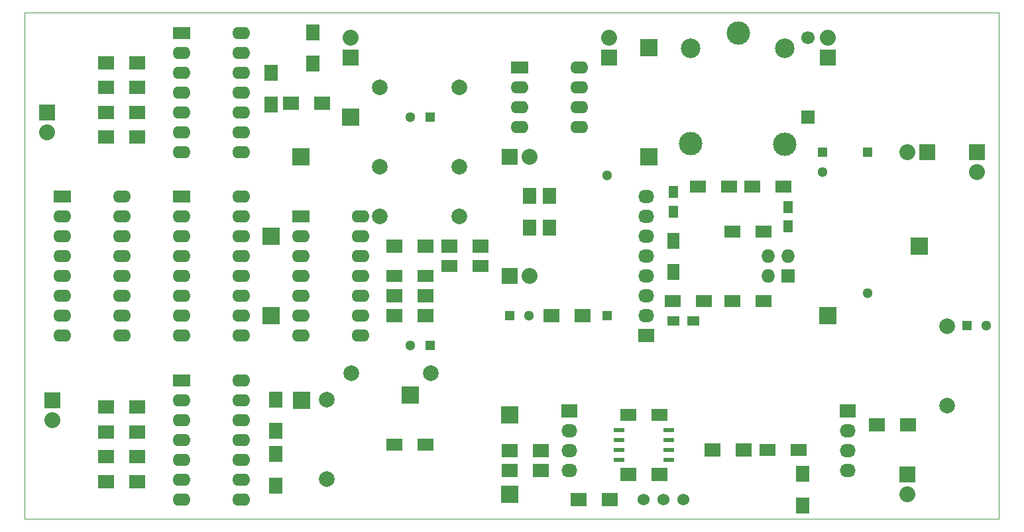
<source format=gbr>
G04 #@! TF.FileFunction,Soldermask,Top*
%FSLAX46Y46*%
G04 Gerber Fmt 4.6, Leading zero omitted, Abs format (unit mm)*
G04 Created by KiCad (PCBNEW (after 2015-mar-04 BZR unknown)-product) date Sat 14 Jan 2017 07:57:05 PM CET*
%MOMM*%
G01*
G04 APERTURE LIST*
%ADD10C,0.100000*%
%ADD11R,2.235200X2.235200*%
%ADD12R,2.032000X1.727200*%
%ADD13O,2.032000X1.727200*%
%ADD14R,2.286000X1.574800*%
%ADD15O,2.286000X1.574800*%
%ADD16R,2.032000X2.032000*%
%ADD17O,2.032000X2.032000*%
%ADD18R,1.727200X1.727200*%
%ADD19O,1.727200X1.727200*%
%ADD20C,1.699260*%
%ADD21R,1.699260X1.699260*%
%ADD22R,2.000000X1.700000*%
%ADD23R,1.700000X2.000000*%
%ADD24R,2.000000X1.600000*%
%ADD25R,1.600000X2.000000*%
%ADD26R,1.250000X1.500000*%
%ADD27R,1.500000X1.250000*%
%ADD28C,1.998980*%
%ADD29R,1.300000X1.300000*%
%ADD30C,1.300000*%
%ADD31C,2.500000*%
%ADD32C,3.000000*%
%ADD33R,1.400000X0.508000*%
%ADD34C,1.524000*%
G04 APERTURE END LIST*
D10*
X192722500Y-52006500D02*
X192722500Y-116776500D01*
X68262500Y-52006500D02*
X192722500Y-52006500D01*
X68262500Y-116776500D02*
X68262500Y-52006500D01*
X192722500Y-116776500D02*
X68262500Y-116776500D01*
D11*
X103632000Y-101600000D03*
X130175000Y-113665000D03*
X170815000Y-90805000D03*
X109855000Y-65405000D03*
X99695000Y-90805000D03*
X99695000Y-80645000D03*
X103505000Y-70485000D03*
X130175000Y-103505000D03*
X147955000Y-70485000D03*
X147955000Y-56515000D03*
X117475000Y-100965000D03*
X182499000Y-81915000D03*
D12*
X147650200Y-93294200D03*
D13*
X147650200Y-90754200D03*
X147650200Y-88214200D03*
X147650200Y-85674200D03*
X147650200Y-83134200D03*
X147650200Y-80594200D03*
X147650200Y-78054200D03*
X147650200Y-75514200D03*
D14*
X103505000Y-78105000D03*
D15*
X103505000Y-80645000D03*
X103505000Y-83185000D03*
X103505000Y-85725000D03*
X103505000Y-88265000D03*
X103505000Y-90805000D03*
X103505000Y-93345000D03*
X111125000Y-93345000D03*
X111125000Y-90805000D03*
X111125000Y-88265000D03*
X111125000Y-85725000D03*
X111125000Y-83185000D03*
X111125000Y-80645000D03*
X111125000Y-78105000D03*
D14*
X73025000Y-75565000D03*
D15*
X73025000Y-78105000D03*
X73025000Y-80645000D03*
X73025000Y-83185000D03*
X73025000Y-85725000D03*
X73025000Y-88265000D03*
X73025000Y-90805000D03*
X73025000Y-93345000D03*
X80645000Y-93345000D03*
X80645000Y-90805000D03*
X80645000Y-88265000D03*
X80645000Y-85725000D03*
X80645000Y-83185000D03*
X80645000Y-80645000D03*
X80645000Y-78105000D03*
X80645000Y-75565000D03*
D14*
X88265000Y-75565000D03*
D15*
X88265000Y-78105000D03*
X88265000Y-80645000D03*
X88265000Y-83185000D03*
X88265000Y-85725000D03*
X88265000Y-88265000D03*
X88265000Y-90805000D03*
X88265000Y-93345000D03*
X95885000Y-93345000D03*
X95885000Y-90805000D03*
X95885000Y-88265000D03*
X95885000Y-85725000D03*
X95885000Y-83185000D03*
X95885000Y-80645000D03*
X95885000Y-78105000D03*
X95885000Y-75565000D03*
D16*
X183515000Y-69850000D03*
D17*
X180975000Y-69850000D03*
D14*
X131445000Y-59055000D03*
D15*
X131445000Y-61595000D03*
X131445000Y-64135000D03*
X131445000Y-66675000D03*
X139065000Y-66675000D03*
X139065000Y-64135000D03*
X139065000Y-61595000D03*
X139065000Y-59055000D03*
D14*
X88265000Y-54610000D03*
D15*
X88265000Y-57150000D03*
X88265000Y-59690000D03*
X88265000Y-62230000D03*
X88265000Y-64770000D03*
X88265000Y-67310000D03*
X88265000Y-69850000D03*
X95885000Y-69850000D03*
X95885000Y-67310000D03*
X95885000Y-64770000D03*
X95885000Y-62230000D03*
X95885000Y-59690000D03*
X95885000Y-57150000D03*
X95885000Y-54610000D03*
D14*
X88265000Y-99060000D03*
D15*
X88265000Y-101600000D03*
X88265000Y-104140000D03*
X88265000Y-106680000D03*
X88265000Y-109220000D03*
X88265000Y-111760000D03*
X88265000Y-114300000D03*
X95885000Y-114300000D03*
X95885000Y-111760000D03*
X95885000Y-109220000D03*
X95885000Y-106680000D03*
X95885000Y-104140000D03*
X95885000Y-101600000D03*
X95885000Y-99060000D03*
D16*
X109855000Y-57785000D03*
D17*
X109855000Y-55245000D03*
D16*
X71120000Y-64770000D03*
D17*
X71120000Y-67310000D03*
D16*
X189865000Y-69850000D03*
D17*
X189865000Y-72390000D03*
D16*
X180975000Y-111125000D03*
D17*
X180975000Y-113665000D03*
D16*
X170815000Y-57785000D03*
D17*
X170815000Y-55245000D03*
D16*
X142875000Y-57785000D03*
D17*
X142875000Y-55245000D03*
D16*
X71755000Y-101600000D03*
D17*
X71755000Y-104140000D03*
D18*
X165735000Y-85725000D03*
D19*
X163195000Y-85725000D03*
X165735000Y-83185000D03*
X163195000Y-83185000D03*
D20*
X168275000Y-55245000D03*
D21*
X168275000Y-65405000D03*
D22*
X78645000Y-58420000D03*
X82645000Y-58420000D03*
X78645000Y-61595000D03*
X82645000Y-61595000D03*
X78645000Y-64770000D03*
X82645000Y-64770000D03*
X78645000Y-67945000D03*
X82645000Y-67945000D03*
X78645000Y-102489000D03*
X82645000Y-102489000D03*
X78645000Y-105664000D03*
X82645000Y-105664000D03*
X78645000Y-108839000D03*
X82645000Y-108839000D03*
X78645000Y-112014000D03*
X82645000Y-112014000D03*
D23*
X105029000Y-58515000D03*
X105029000Y-54515000D03*
D22*
X102267000Y-63627000D03*
X106267000Y-63627000D03*
D23*
X99695000Y-63722000D03*
X99695000Y-59722000D03*
X100330000Y-105505000D03*
X100330000Y-101505000D03*
X100330000Y-108490000D03*
X100330000Y-112490000D03*
D24*
X122460000Y-84455000D03*
X126460000Y-84455000D03*
D22*
X115475000Y-81915000D03*
X119475000Y-81915000D03*
X122460000Y-81915000D03*
X126460000Y-81915000D03*
D24*
X165195000Y-74295000D03*
X161195000Y-74295000D03*
X151035000Y-88900000D03*
X155035000Y-88900000D03*
X162655000Y-80010000D03*
X158655000Y-80010000D03*
X162655000Y-88900000D03*
X158655000Y-88900000D03*
X154210000Y-74295000D03*
X158210000Y-74295000D03*
D25*
X151130000Y-81185000D03*
X151130000Y-85185000D03*
D26*
X165735000Y-76855000D03*
X165735000Y-79355000D03*
D27*
X151150000Y-91440000D03*
X153650000Y-91440000D03*
D28*
X113616740Y-61544200D03*
X123776740Y-61544200D03*
X109933740Y-98171000D03*
X120093740Y-98171000D03*
D29*
X130175000Y-90805000D03*
D30*
X132675000Y-90805000D03*
D29*
X170180000Y-69850000D03*
D30*
X170180000Y-72350000D03*
D31*
X153335000Y-56560000D03*
D32*
X153335000Y-68760000D03*
X165385000Y-68810000D03*
D31*
X165335000Y-56560000D03*
D32*
X159385000Y-54610000D03*
D23*
X167640000Y-115030000D03*
X167640000Y-111030000D03*
D29*
X120015000Y-94615000D03*
D30*
X117515000Y-94615000D03*
D33*
X144145000Y-109220000D03*
X144145000Y-107950000D03*
X144145000Y-106680000D03*
X144145000Y-105410000D03*
X150495000Y-105410000D03*
X150495000Y-106680000D03*
X150495000Y-107950000D03*
X150495000Y-109220000D03*
D29*
X175895000Y-69850000D03*
D30*
X175895000Y-87850000D03*
D24*
X163100000Y-107950000D03*
X167100000Y-107950000D03*
D29*
X142621000Y-90805000D03*
D30*
X142621000Y-72805000D03*
D29*
X188595000Y-92075000D03*
D30*
X191095000Y-92075000D03*
D24*
X145320000Y-103505000D03*
X149320000Y-103505000D03*
D28*
X186055000Y-92153740D03*
X186055000Y-102313740D03*
D12*
X173355000Y-102997000D03*
D13*
X173355000Y-105537000D03*
X173355000Y-108077000D03*
X173355000Y-110617000D03*
D12*
X137795000Y-102997000D03*
D13*
X137795000Y-105537000D03*
X137795000Y-108077000D03*
X137795000Y-110617000D03*
D16*
X130175000Y-85725000D03*
D17*
X132715000Y-85725000D03*
D16*
X130175000Y-70485000D03*
D17*
X132715000Y-70485000D03*
D22*
X181070000Y-104775000D03*
X177070000Y-104775000D03*
X160115000Y-107950000D03*
X156115000Y-107950000D03*
X142970000Y-114300000D03*
X138970000Y-114300000D03*
X134207000Y-110617000D03*
X130207000Y-110617000D03*
X134207000Y-108077000D03*
X130207000Y-108077000D03*
X119475000Y-88265000D03*
X115475000Y-88265000D03*
D23*
X132715000Y-79470000D03*
X132715000Y-75470000D03*
D22*
X149320000Y-111125000D03*
X145320000Y-111125000D03*
D34*
X149860000Y-114300000D03*
X147320000Y-114300000D03*
X152400000Y-114300000D03*
D22*
X115475000Y-90805000D03*
X119475000Y-90805000D03*
X135541000Y-90805000D03*
X139541000Y-90805000D03*
D28*
X123746260Y-71755000D03*
X113586260Y-71755000D03*
X123746260Y-78105000D03*
X113586260Y-78105000D03*
D24*
X115475000Y-107315000D03*
X119475000Y-107315000D03*
D28*
X106807000Y-101551740D03*
X106807000Y-111711740D03*
D29*
X120015000Y-65405000D03*
D30*
X117515000Y-65405000D03*
D23*
X135255000Y-75470000D03*
X135255000Y-79470000D03*
D26*
X151130000Y-74950000D03*
X151130000Y-77450000D03*
D24*
X119475000Y-85725000D03*
X115475000Y-85725000D03*
M02*

</source>
